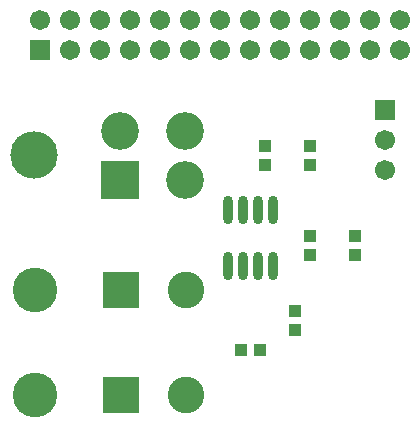
<source format=gts>
G04 Layer_Color=8388736*
%FSLAX23Y23*%
%MOIN*%
G70*
G01*
G75*
%ADD28O,0.032X0.095*%
%ADD29R,0.043X0.044*%
%ADD30R,0.044X0.043*%
%ADD31C,0.067*%
%ADD32R,0.067X0.067*%
%ADD33C,0.158*%
%ADD34R,0.126X0.126*%
%ADD35C,0.126*%
%ADD36C,0.149*%
%ADD37R,0.122X0.122*%
%ADD38C,0.122*%
%ADD39R,0.067X0.067*%
D28*
X1925Y4269D02*
D03*
X1875D02*
D03*
X1825D02*
D03*
X1775D02*
D03*
X1925Y4081D02*
D03*
X1875D02*
D03*
X1825D02*
D03*
X1775D02*
D03*
D29*
X2050Y4181D02*
D03*
Y4119D02*
D03*
X2200Y4181D02*
D03*
Y4119D02*
D03*
X2000Y3931D02*
D03*
Y3869D02*
D03*
X1900Y4419D02*
D03*
Y4481D02*
D03*
X2050Y4419D02*
D03*
Y4481D02*
D03*
D30*
X1819Y3800D02*
D03*
X1881D02*
D03*
D31*
X2300Y4400D02*
D03*
Y4500D02*
D03*
X1150Y4900D02*
D03*
X1250Y4800D02*
D03*
Y4900D02*
D03*
X1350Y4800D02*
D03*
Y4900D02*
D03*
X1450Y4800D02*
D03*
Y4900D02*
D03*
X1550Y4800D02*
D03*
Y4900D02*
D03*
X1650Y4800D02*
D03*
Y4900D02*
D03*
X1750Y4800D02*
D03*
Y4900D02*
D03*
X1850Y4800D02*
D03*
Y4900D02*
D03*
X1950Y4800D02*
D03*
Y4900D02*
D03*
X2050Y4800D02*
D03*
Y4900D02*
D03*
X2150Y4800D02*
D03*
Y4900D02*
D03*
X2250Y4800D02*
D03*
Y4900D02*
D03*
X2350Y4800D02*
D03*
Y4900D02*
D03*
D32*
X2300Y4600D02*
D03*
D33*
X1128Y4450D02*
D03*
D34*
X1415Y4367D02*
D03*
D35*
X1632D02*
D03*
X1415Y4533D02*
D03*
X1632D02*
D03*
D36*
X1131Y4000D02*
D03*
Y3650D02*
D03*
D37*
X1418Y4000D02*
D03*
Y3650D02*
D03*
D38*
X1635Y4000D02*
D03*
Y3650D02*
D03*
D39*
X1150Y4800D02*
D03*
M02*

</source>
